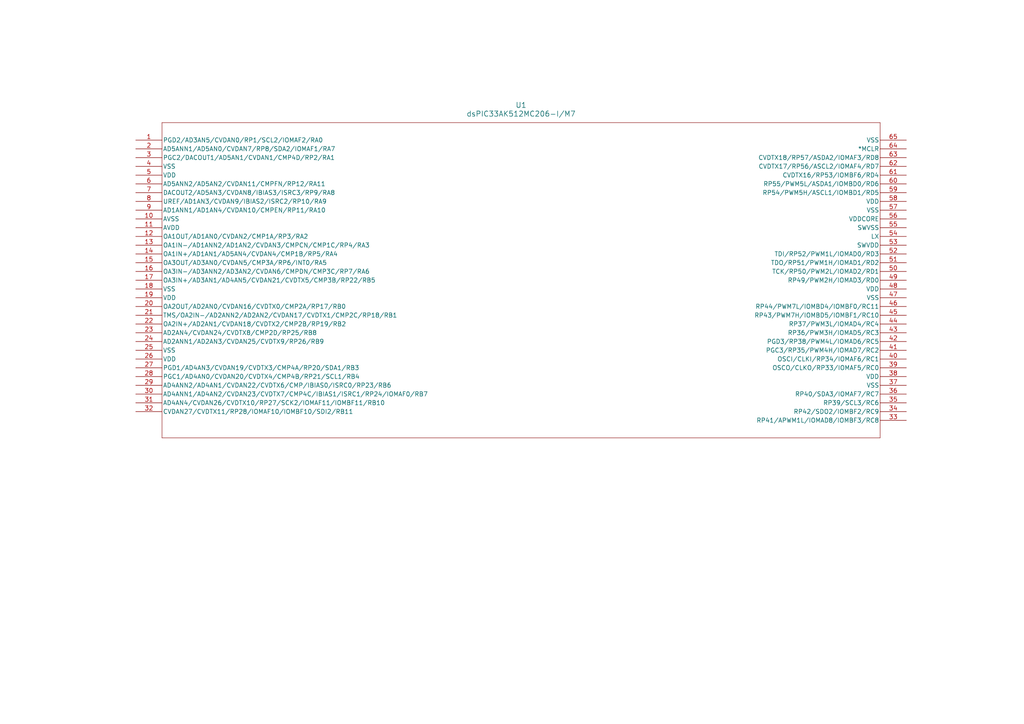
<source format=kicad_sch>
(kicad_sch (version 20250114) (generator "eeschema") (generator_version "9.0")
  (paper "A4")
  (lib_symbols
    (symbol "testestestest:dsPIC33AK512MC206-I_M7" (pin_names (offset 0.254))
      (property "Reference" "U" (at 111.76 10.16 0))
      (property "Value" "dsPIC33AK512MC206-I/M7" (at 111.76 7.62 0))
      (symbol "dsPIC33AK512MC206-I_M7_0_1"
        (polyline (pts (xy 7.62 5.08) (xy 7.62 -86.36)) (stroke (width 0.127)))
        (polyline (pts (xy 7.62 -86.36) (xy 215.9 -86.36)) (stroke (width 0.127)))
        (polyline (pts (xy 215.9 5.08) (xy 7.62 5.08)) (stroke (width 0.127)))
        (polyline (pts (xy 215.9 -86.36) (xy 215.9 5.08)) (stroke (width 0.127)))
        (pin bidirectional line (at 0 0 0) (length 7.62) (name "PGD2/AD3AN5/CVDAN0/RP1/SCL2/IOMAF2/RA0") (number "1"))
        (pin bidirectional line (at 0 -2.54 0) (length 7.62) (name "AD5ANN1/AD5AN0/CVDAN7/RP8/SDA2/IOMAF1/RA7") (number "2"))
        (pin bidirectional line (at 0 -5.08 0) (length 7.62) (name "PGC2/DACOUT1/AD5AN1/CVDAN1/CMP4D/RP2/RA1") (number "3"))
        (pin power_out line (at 0 -7.62 0) (length 7.62) (name "VSS") (number "4"))
        (pin power_in line (at 0 -10.16 0) (length 7.62) (name "VDD") (number "5"))
        (pin bidirectional line (at 0 -12.7 0) (length 7.62) (name "AD5ANN2/AD5AN2/CVDAN11/CMPFN/RP12/RA11") (number "6"))
        (pin bidirectional line (at 0 -15.24 0) (length 7.62) (name "DACOUT2/AD5AN3/CVDAN8/IBIAS3/ISRC3/RP9/RA8") (number "7"))
        (pin bidirectional line (at 0 -17.78 0) (length 7.62) (name "UREF/AD1AN3/CVDAN9/IBIAS2/ISRC2/RP10/RA9") (number "8"))
        (pin bidirectional line (at 0 -20.32 0) (length 7.62) (name "AD1ANN1/AD1AN4/CVDAN10/CMPEN/RP11/RA10") (number "9"))
        (pin power_out line (at 0 -22.86 0) (length 7.62) (name "AVSS") (number "10"))
        (pin power_in line (at 0 -25.4 0) (length 7.62) (name "AVDD") (number "11"))
        (pin bidirectional line (at 0 -27.94 0) (length 7.62) (name "OA1OUT/AD1AN0/CVDAN2/CMP1A/RP3/RA2") (number "12"))
        (pin bidirectional line (at 0 -30.48 0) (length 7.62) (name "OA1IN-/AD1ANN2/AD1AN2/CVDAN3/CMPCN/CMP1C/RP4/RA3") (number "13"))
        (pin bidirectional line (at 0 -33.02 0) (length 7.62) (name "OA1IN+/AD1AN1/AD5AN4/CVDAN4/CMP1B/RP5/RA4") (number "14"))
        (pin bidirectional line (at 0 -35.56 0) (length 7.62) (name "OA3OUT/AD3AN0/CVDAN5/CMP3A/RP6/INT0/RA5") (number "15"))
        (pin bidirectional line (at 0 -38.1 0) (length 7.62) (name "OA3IN-/AD3ANN2/AD3AN2/CVDAN6/CMPDN/CMP3C/RP7/RA6") (number "16"))
        (pin bidirectional line (at 0 -40.64 0) (length 7.62) (name "OA3IN+/AD3AN1/AD4AN5/CVDAN21/CVDTX5/CMP3B/RP22/RB5") (number "17"))
        (pin power_out line (at 0 -43.18 0) (length 7.62) (name "VSS") (number "18"))
        (pin power_in line (at 0 -45.72 0) (length 7.62) (name "VDD") (number "19"))
        (pin bidirectional line (at 0 -48.26 0) (length 7.62) (name "OA2OUT/AD2AN0/CVDAN16/CVDTX0/CMP2A/RP17/RB0") (number "20"))
        (pin bidirectional line (at 0 -50.8 0) (length 7.62) (name "TMS/OA2IN-/AD2ANN2/AD2AN2/CVDAN17/CVDTX1/CMP2C/RP18/RB1") (number "21"))
        (pin bidirectional line (at 0 -53.34 0) (length 7.62) (name "OA2IN+/AD2AN1/CVDAN18/CVDTX2/CMP2B/RP19/RB2") (number "22"))
        (pin bidirectional line (at 0 -55.88 0) (length 7.62) (name "AD2AN4/CVDAN24/CVDTX8/CMP2D/RP25/RB8") (number "23"))
        (pin bidirectional line (at 0 -58.42 0) (length 7.62) (name "AD2ANN1/AD2AN3/CVDAN25/CVDTX9/RP26/RB9") (number "24"))
        (pin power_out line (at 0 -60.96 0) (length 7.62) (name "VSS") (number "25"))
        (pin power_in line (at 0 -63.5 0) (length 7.62) (name "VDD") (number "26"))
        (pin bidirectional line (at 0 -66.04 0) (length 7.62) (name "PGD1/AD4AN3/CVDAN19/CVDTX3/CMP4A/RP20/SDA1/RB3") (number "27"))
        (pin bidirectional line (at 0 -68.58 0) (length 7.62) (name "PGC1/AD4AN0/CVDAN20/CVDTX4/CMP4B/RP21/SCL1/RB4") (number "28"))
        (pin bidirectional line (at 0 -71.12 0) (length 7.62) (name "AD4ANN2/AD4AN1/CVDAN22/CVDTX6/CMP/IBIAS0/ISRC0/RP23/RB6") (number "29"))
        (pin bidirectional line (at 0 -73.66 0) (length 7.62) (name "AD4ANN1/AD4AN2/CVDAN23/CVDTX7/CMP4C/IBIAS1/ISRC1/RP24/IOMAF0/RB7") (number "30"))
        (pin bidirectional line (at 0 -76.2 0) (length 7.62) (name "AD4AN4/CVDAN26/CVDTX10/RP27/SCK2/IOMAF11/IOMBF11/RB10") (number "31"))
        (pin bidirectional line (at 0 -78.74 0) (length 7.62) (name "CVDAN27/CVDTX11/RP28/IOMAF10/IOMBF10/SDI2/RB11") (number "32"))
        (pin power_out line (at 223.52 0 180) (length 7.62) (name "VSS") (number "65"))
        (pin bidirectional line (at 223.52 -2.54 180) (length 7.62) (name "*MCLR") (number "64"))
        (pin bidirectional line (at 223.52 -5.08 180) (length 7.62) (name "CVDTX18/RP57/ASDA2/IOMAF3/RD8") (number "63"))
        (pin bidirectional line (at 223.52 -7.62 180) (length 7.62) (name "CVDTX17/RP56/ASCL2/IOMAF4/RD7") (number "62"))
        (pin bidirectional line (at 223.52 -10.16 180) (length 7.62) (name "CVDTX16/RP53/IOMBF6/RD4") (number "61"))
        (pin bidirectional line (at 223.52 -12.7 180) (length 7.62) (name "RP55/PWM5L/ASDA1/IOMBD0/RD6") (number "60"))
        (pin bidirectional line (at 223.52 -15.24 180) (length 7.62) (name "RP54/PWM5H/ASCL1/IOMBD1/RD5") (number "59"))
        (pin power_in line (at 223.52 -17.78 180) (length 7.62) (name "VDD") (number "58"))
        (pin power_out line (at 223.52 -20.32 180) (length 7.62) (name "VSS") (number "57"))
        (pin power_in line (at 223.52 -22.86 180) (length 7.62) (name "VDDCORE") (number "56"))
        (pin power_out line (at 223.52 -25.4 180) (length 7.62) (name "SWVSS") (number "55"))
        (pin unspecified line (at 223.52 -27.94 180) (length 7.62) (name "LX") (number "54"))
        (pin power_in line (at 223.52 -30.48 180) (length 7.62) (name "SWVDD") (number "53"))
        (pin bidirectional line (at 223.52 -33.02 180) (length 7.62) (name "TDI/RP52/PWM1L/IOMAD0/RD3") (number "52"))
        (pin bidirectional line (at 223.52 -35.56 180) (length 7.62) (name "TDO/RP51/PWM1H/IOMAD1/RD2") (number "51"))
        (pin bidirectional line (at 223.52 -38.1 180) (length 7.62) (name "TCK/RP50/PWM2L/IOMAD2/RD1") (number "50"))
        (pin bidirectional line (at 223.52 -40.64 180) (length 7.62) (name "RP49/PWM2H/IOMAD3/RD0") (number "49"))
        (pin power_in line (at 223.52 -43.18 180) (length 7.62) (name "VDD") (number "48"))
        (pin power_out line (at 223.52 -45.72 180) (length 7.62) (name "VSS") (number "47"))
        (pin bidirectional line (at 223.52 -48.26 180) (length 7.62) (name "RP44/PWM7L/IOMBD4/IOMBF0/RC11") (number "46"))
        (pin bidirectional line (at 223.52 -50.8 180) (length 7.62) (name "RP43/PWM7H/IOMBD5/IOMBF1/RC10") (number "45"))
        (pin bidirectional line (at 223.52 -53.34 180) (length 7.62) (name "RP37/PWM3L/IOMAD4/RC4") (number "44"))
        (pin bidirectional line (at 223.52 -55.88 180) (length 7.62) (name "RP36/PWM3H/IOMAD5/RC3") (number "43"))
        (pin bidirectional line (at 223.52 -58.42 180) (length 7.62) (name "PGD3/RP38/PWM4L/IOMAD6/RC5") (number "42"))
        (pin bidirectional line (at 223.52 -60.96 180) (length 7.62) (name "PGC3/RP35/PWM4H/IOMAD7/RC2") (number "41"))
        (pin bidirectional line (at 223.52 -63.5 180) (length 7.62) (name "OSCI/CLKI/RP34/IOMAF6/RC1") (number "40"))
        (pin bidirectional line (at 223.52 -66.04 180) (length 7.62) (name "OSCO/CLKO/RP33/IOMAF5/RC0") (number "39"))
        (pin power_in line (at 223.52 -68.58 180) (length 7.62) (name "VDD") (number "38"))
        (pin power_out line (at 223.52 -71.12 180) (length 7.62) (name "VSS") (number "37"))
        (pin bidirectional line (at 223.52 -73.66 180) (length 7.62) (name "RP40/SDA3/IOMAF7/RC7") (number "36"))
        (pin bidirectional line (at 223.52 -76.2 180) (length 7.62) (name "RP39/SCL3/RC6") (number "35"))
        (pin bidirectional line (at 223.52 -78.74 180) (length 7.62) (name "RP42/SDO2/IOMBF2/RC9") (number "34"))
        (pin bidirectional line (at 223.52 -81.28 180) (length 7.62) (name "RP41/APWM1L/IOMAD8/IOMBF3/RC8") (number "33"))
      )
    )
  )
  (symbol (lib_id "testestestest:dsPIC33AK512MC206-I_M7") (at 39.37 40.64 0) (unit 1)
    (property "Reference" "U1" (at 151.13 30.48 0) (effects (font (size 1.524 1.524))))
    (property "Value" "dsPIC33AK512MC206-I/M7" (at 151.13 33.02 0) (effects (font (size 1.524 1.524))))
    (property "Footprint" "VQFN64_M7_5p4EPAD_MCH" (effects (hide yes)))
    (property "Datasheet" "dsPIC33AK512MC206-I/M7" (effects (hide yes)))
  )
)
</source>
